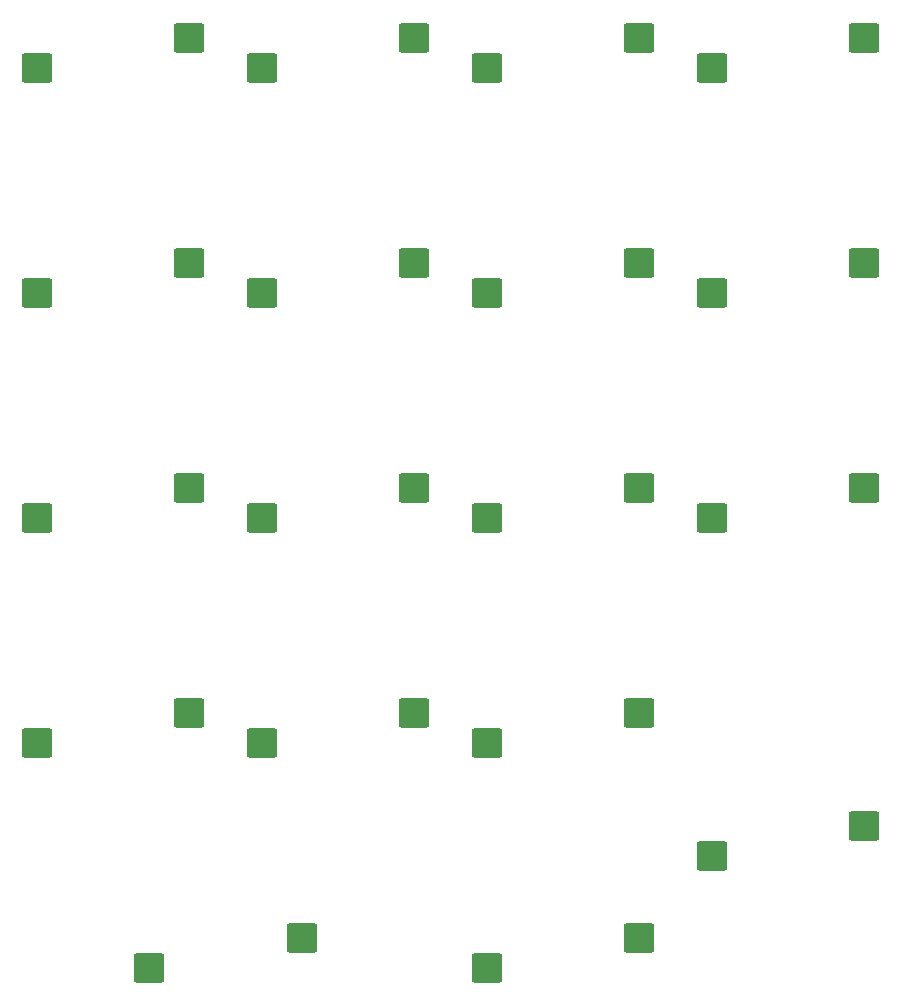
<source format=gbr>
%TF.GenerationSoftware,KiCad,Pcbnew,9.0.6*%
%TF.CreationDate,2026-01-02T18:32:11-05:00*%
%TF.ProjectId,nopanpad,6e6f7061-6e70-4616-942e-6b696361645f,first one lol*%
%TF.SameCoordinates,Original*%
%TF.FileFunction,Paste,Bot*%
%TF.FilePolarity,Positive*%
%FSLAX46Y46*%
G04 Gerber Fmt 4.6, Leading zero omitted, Abs format (unit mm)*
G04 Created by KiCad (PCBNEW 9.0.6) date 2026-01-02 18:32:11*
%MOMM*%
%LPD*%
G01*
G04 APERTURE LIST*
G04 Aperture macros list*
%AMRoundRect*
0 Rectangle with rounded corners*
0 $1 Rounding radius*
0 $2 $3 $4 $5 $6 $7 $8 $9 X,Y pos of 4 corners*
0 Add a 4 corners polygon primitive as box body*
4,1,4,$2,$3,$4,$5,$6,$7,$8,$9,$2,$3,0*
0 Add four circle primitives for the rounded corners*
1,1,$1+$1,$2,$3*
1,1,$1+$1,$4,$5*
1,1,$1+$1,$6,$7*
1,1,$1+$1,$8,$9*
0 Add four rect primitives between the rounded corners*
20,1,$1+$1,$2,$3,$4,$5,0*
20,1,$1+$1,$4,$5,$6,$7,0*
20,1,$1+$1,$6,$7,$8,$9,0*
20,1,$1+$1,$8,$9,$2,$3,0*%
G04 Aperture macros list end*
%ADD10RoundRect,0.200000X1.075000X1.050000X-1.075000X1.050000X-1.075000X-1.050000X1.075000X-1.050000X0*%
G04 APERTURE END LIST*
D10*
%TO.C,S9*%
X132490000Y-66485000D03*
X145417000Y-63945000D03*
%TD*%
%TO.C,S2*%
X113440000Y-123635000D03*
X126367000Y-121095000D03*
%TD*%
%TO.C,S8*%
X132490000Y-85535000D03*
X145417000Y-82995000D03*
%TD*%
%TO.C,S7*%
X132490000Y-104585000D03*
X145417000Y-102045000D03*
%TD*%
%TO.C,S11*%
X151540000Y-123635000D03*
X164467000Y-121095000D03*
%TD*%
%TO.C,S5*%
X113440000Y-66485000D03*
X126367000Y-63945000D03*
%TD*%
%TO.C,S4*%
X113440000Y-85535000D03*
X126367000Y-82995000D03*
%TD*%
%TO.C,S10*%
X151540000Y-142685000D03*
X164467000Y-140145000D03*
%TD*%
%TO.C,S15*%
X170590000Y-133160000D03*
X183517000Y-130620000D03*
%TD*%
%TO.C,S12*%
X151540000Y-104585000D03*
X164467000Y-102045000D03*
%TD*%
%TO.C,S1*%
X122965000Y-142685000D03*
X135892000Y-140145000D03*
%TD*%
%TO.C,S14*%
X151540000Y-66485000D03*
X164467000Y-63945000D03*
%TD*%
%TO.C,S13*%
X151540000Y-85535000D03*
X164467000Y-82995000D03*
%TD*%
%TO.C,S17*%
X170590000Y-85535000D03*
X183517000Y-82995000D03*
%TD*%
%TO.C,S18*%
X170590000Y-66485000D03*
X183517000Y-63945000D03*
%TD*%
%TO.C,S16*%
X170590000Y-104585000D03*
X183517000Y-102045000D03*
%TD*%
%TO.C,S3*%
X113440000Y-104585000D03*
X126367000Y-102045000D03*
%TD*%
%TO.C,S6*%
X132490000Y-123635000D03*
X145417000Y-121095000D03*
%TD*%
M02*

</source>
